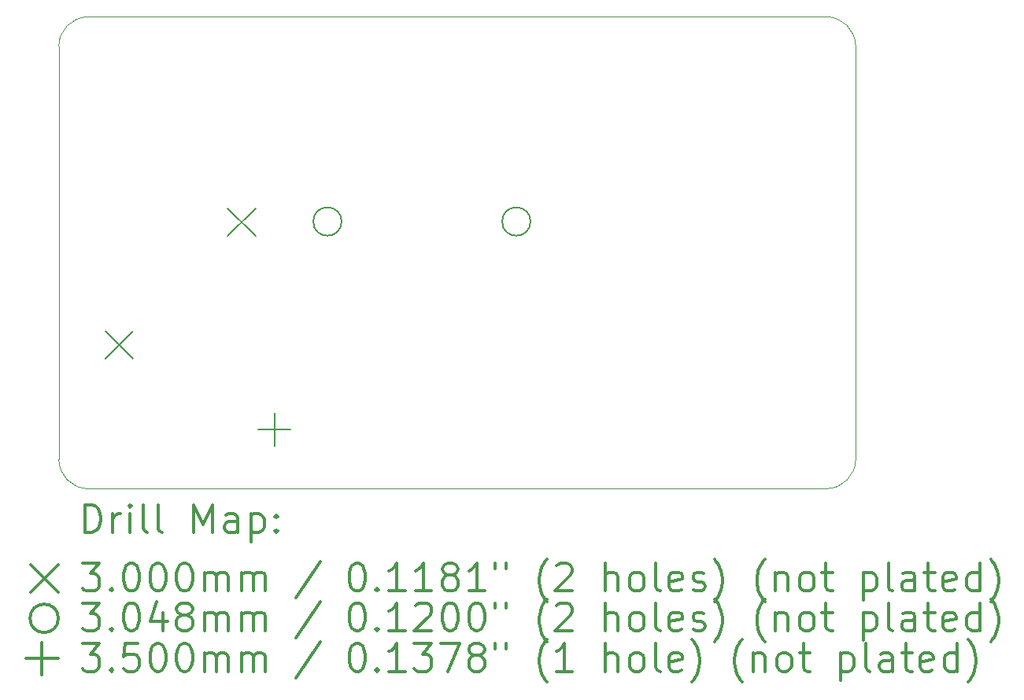
<source format=gbr>
%FSLAX45Y45*%
G04 Gerber Fmt 4.5, Leading zero omitted, Abs format (unit mm)*
G04 Created by KiCad (PCBNEW (5.1.10)-1) date 2022-04-17 04:03:42*
%MOMM*%
%LPD*%
G01*
G04 APERTURE LIST*
%TA.AperFunction,Profile*%
%ADD10C,0.100000*%
%TD*%
%ADD11C,0.200000*%
%ADD12C,0.300000*%
G04 APERTURE END LIST*
D10*
X11430000Y-11112500D02*
G75*
G02*
X11112500Y-10795000I0J317500D01*
G01*
X11430000Y-6032500D02*
X19367500Y-6032500D01*
X19367500Y-11112500D02*
X11430000Y-11112500D01*
X11112500Y-10795000D02*
X11112500Y-6350000D01*
X19367500Y-6032500D02*
G75*
G02*
X19685000Y-6350000I0J-317500D01*
G01*
X11112500Y-6350000D02*
G75*
G02*
X11430000Y-6032500I317500J0D01*
G01*
X19685000Y-10795000D02*
G75*
G02*
X19367500Y-11112500I-317500J0D01*
G01*
X19685000Y-6350000D02*
X19685000Y-10795000D01*
D11*
X11610600Y-9412700D02*
X11910600Y-9712700D01*
X11910600Y-9412700D02*
X11610600Y-9712700D01*
X12930600Y-8092700D02*
X13230600Y-8392700D01*
X13230600Y-8092700D02*
X12930600Y-8392700D01*
X14154150Y-8235950D02*
G75*
G03*
X14154150Y-8235950I-152400J0D01*
G01*
X16186150Y-8235950D02*
G75*
G03*
X16186150Y-8235950I-152400J0D01*
G01*
X13432680Y-10299040D02*
X13432680Y-10649040D01*
X13257680Y-10474040D02*
X13607680Y-10474040D01*
D12*
X11393928Y-11583214D02*
X11393928Y-11283214D01*
X11465357Y-11283214D01*
X11508214Y-11297500D01*
X11536786Y-11326071D01*
X11551071Y-11354643D01*
X11565357Y-11411786D01*
X11565357Y-11454643D01*
X11551071Y-11511786D01*
X11536786Y-11540357D01*
X11508214Y-11568928D01*
X11465357Y-11583214D01*
X11393928Y-11583214D01*
X11693928Y-11583214D02*
X11693928Y-11383214D01*
X11693928Y-11440357D02*
X11708214Y-11411786D01*
X11722500Y-11397500D01*
X11751071Y-11383214D01*
X11779643Y-11383214D01*
X11879643Y-11583214D02*
X11879643Y-11383214D01*
X11879643Y-11283214D02*
X11865357Y-11297500D01*
X11879643Y-11311786D01*
X11893928Y-11297500D01*
X11879643Y-11283214D01*
X11879643Y-11311786D01*
X12065357Y-11583214D02*
X12036786Y-11568928D01*
X12022500Y-11540357D01*
X12022500Y-11283214D01*
X12222500Y-11583214D02*
X12193928Y-11568928D01*
X12179643Y-11540357D01*
X12179643Y-11283214D01*
X12565357Y-11583214D02*
X12565357Y-11283214D01*
X12665357Y-11497500D01*
X12765357Y-11283214D01*
X12765357Y-11583214D01*
X13036786Y-11583214D02*
X13036786Y-11426071D01*
X13022500Y-11397500D01*
X12993928Y-11383214D01*
X12936786Y-11383214D01*
X12908214Y-11397500D01*
X13036786Y-11568928D02*
X13008214Y-11583214D01*
X12936786Y-11583214D01*
X12908214Y-11568928D01*
X12893928Y-11540357D01*
X12893928Y-11511786D01*
X12908214Y-11483214D01*
X12936786Y-11468928D01*
X13008214Y-11468928D01*
X13036786Y-11454643D01*
X13179643Y-11383214D02*
X13179643Y-11683214D01*
X13179643Y-11397500D02*
X13208214Y-11383214D01*
X13265357Y-11383214D01*
X13293928Y-11397500D01*
X13308214Y-11411786D01*
X13322500Y-11440357D01*
X13322500Y-11526071D01*
X13308214Y-11554643D01*
X13293928Y-11568928D01*
X13265357Y-11583214D01*
X13208214Y-11583214D01*
X13179643Y-11568928D01*
X13451071Y-11554643D02*
X13465357Y-11568928D01*
X13451071Y-11583214D01*
X13436786Y-11568928D01*
X13451071Y-11554643D01*
X13451071Y-11583214D01*
X13451071Y-11397500D02*
X13465357Y-11411786D01*
X13451071Y-11426071D01*
X13436786Y-11411786D01*
X13451071Y-11397500D01*
X13451071Y-11426071D01*
X10807500Y-11927500D02*
X11107500Y-12227500D01*
X11107500Y-11927500D02*
X10807500Y-12227500D01*
X11365357Y-11913214D02*
X11551071Y-11913214D01*
X11451071Y-12027500D01*
X11493928Y-12027500D01*
X11522500Y-12041786D01*
X11536786Y-12056071D01*
X11551071Y-12084643D01*
X11551071Y-12156071D01*
X11536786Y-12184643D01*
X11522500Y-12198928D01*
X11493928Y-12213214D01*
X11408214Y-12213214D01*
X11379643Y-12198928D01*
X11365357Y-12184643D01*
X11679643Y-12184643D02*
X11693928Y-12198928D01*
X11679643Y-12213214D01*
X11665357Y-12198928D01*
X11679643Y-12184643D01*
X11679643Y-12213214D01*
X11879643Y-11913214D02*
X11908214Y-11913214D01*
X11936786Y-11927500D01*
X11951071Y-11941786D01*
X11965357Y-11970357D01*
X11979643Y-12027500D01*
X11979643Y-12098928D01*
X11965357Y-12156071D01*
X11951071Y-12184643D01*
X11936786Y-12198928D01*
X11908214Y-12213214D01*
X11879643Y-12213214D01*
X11851071Y-12198928D01*
X11836786Y-12184643D01*
X11822500Y-12156071D01*
X11808214Y-12098928D01*
X11808214Y-12027500D01*
X11822500Y-11970357D01*
X11836786Y-11941786D01*
X11851071Y-11927500D01*
X11879643Y-11913214D01*
X12165357Y-11913214D02*
X12193928Y-11913214D01*
X12222500Y-11927500D01*
X12236786Y-11941786D01*
X12251071Y-11970357D01*
X12265357Y-12027500D01*
X12265357Y-12098928D01*
X12251071Y-12156071D01*
X12236786Y-12184643D01*
X12222500Y-12198928D01*
X12193928Y-12213214D01*
X12165357Y-12213214D01*
X12136786Y-12198928D01*
X12122500Y-12184643D01*
X12108214Y-12156071D01*
X12093928Y-12098928D01*
X12093928Y-12027500D01*
X12108214Y-11970357D01*
X12122500Y-11941786D01*
X12136786Y-11927500D01*
X12165357Y-11913214D01*
X12451071Y-11913214D02*
X12479643Y-11913214D01*
X12508214Y-11927500D01*
X12522500Y-11941786D01*
X12536786Y-11970357D01*
X12551071Y-12027500D01*
X12551071Y-12098928D01*
X12536786Y-12156071D01*
X12522500Y-12184643D01*
X12508214Y-12198928D01*
X12479643Y-12213214D01*
X12451071Y-12213214D01*
X12422500Y-12198928D01*
X12408214Y-12184643D01*
X12393928Y-12156071D01*
X12379643Y-12098928D01*
X12379643Y-12027500D01*
X12393928Y-11970357D01*
X12408214Y-11941786D01*
X12422500Y-11927500D01*
X12451071Y-11913214D01*
X12679643Y-12213214D02*
X12679643Y-12013214D01*
X12679643Y-12041786D02*
X12693928Y-12027500D01*
X12722500Y-12013214D01*
X12765357Y-12013214D01*
X12793928Y-12027500D01*
X12808214Y-12056071D01*
X12808214Y-12213214D01*
X12808214Y-12056071D02*
X12822500Y-12027500D01*
X12851071Y-12013214D01*
X12893928Y-12013214D01*
X12922500Y-12027500D01*
X12936786Y-12056071D01*
X12936786Y-12213214D01*
X13079643Y-12213214D02*
X13079643Y-12013214D01*
X13079643Y-12041786D02*
X13093928Y-12027500D01*
X13122500Y-12013214D01*
X13165357Y-12013214D01*
X13193928Y-12027500D01*
X13208214Y-12056071D01*
X13208214Y-12213214D01*
X13208214Y-12056071D02*
X13222500Y-12027500D01*
X13251071Y-12013214D01*
X13293928Y-12013214D01*
X13322500Y-12027500D01*
X13336786Y-12056071D01*
X13336786Y-12213214D01*
X13922500Y-11898928D02*
X13665357Y-12284643D01*
X14308214Y-11913214D02*
X14336786Y-11913214D01*
X14365357Y-11927500D01*
X14379643Y-11941786D01*
X14393928Y-11970357D01*
X14408214Y-12027500D01*
X14408214Y-12098928D01*
X14393928Y-12156071D01*
X14379643Y-12184643D01*
X14365357Y-12198928D01*
X14336786Y-12213214D01*
X14308214Y-12213214D01*
X14279643Y-12198928D01*
X14265357Y-12184643D01*
X14251071Y-12156071D01*
X14236786Y-12098928D01*
X14236786Y-12027500D01*
X14251071Y-11970357D01*
X14265357Y-11941786D01*
X14279643Y-11927500D01*
X14308214Y-11913214D01*
X14536786Y-12184643D02*
X14551071Y-12198928D01*
X14536786Y-12213214D01*
X14522500Y-12198928D01*
X14536786Y-12184643D01*
X14536786Y-12213214D01*
X14836786Y-12213214D02*
X14665357Y-12213214D01*
X14751071Y-12213214D02*
X14751071Y-11913214D01*
X14722500Y-11956071D01*
X14693928Y-11984643D01*
X14665357Y-11998928D01*
X15122500Y-12213214D02*
X14951071Y-12213214D01*
X15036786Y-12213214D02*
X15036786Y-11913214D01*
X15008214Y-11956071D01*
X14979643Y-11984643D01*
X14951071Y-11998928D01*
X15293928Y-12041786D02*
X15265357Y-12027500D01*
X15251071Y-12013214D01*
X15236786Y-11984643D01*
X15236786Y-11970357D01*
X15251071Y-11941786D01*
X15265357Y-11927500D01*
X15293928Y-11913214D01*
X15351071Y-11913214D01*
X15379643Y-11927500D01*
X15393928Y-11941786D01*
X15408214Y-11970357D01*
X15408214Y-11984643D01*
X15393928Y-12013214D01*
X15379643Y-12027500D01*
X15351071Y-12041786D01*
X15293928Y-12041786D01*
X15265357Y-12056071D01*
X15251071Y-12070357D01*
X15236786Y-12098928D01*
X15236786Y-12156071D01*
X15251071Y-12184643D01*
X15265357Y-12198928D01*
X15293928Y-12213214D01*
X15351071Y-12213214D01*
X15379643Y-12198928D01*
X15393928Y-12184643D01*
X15408214Y-12156071D01*
X15408214Y-12098928D01*
X15393928Y-12070357D01*
X15379643Y-12056071D01*
X15351071Y-12041786D01*
X15693928Y-12213214D02*
X15522500Y-12213214D01*
X15608214Y-12213214D02*
X15608214Y-11913214D01*
X15579643Y-11956071D01*
X15551071Y-11984643D01*
X15522500Y-11998928D01*
X15808214Y-11913214D02*
X15808214Y-11970357D01*
X15922500Y-11913214D02*
X15922500Y-11970357D01*
X16365357Y-12327500D02*
X16351071Y-12313214D01*
X16322500Y-12270357D01*
X16308214Y-12241786D01*
X16293928Y-12198928D01*
X16279643Y-12127500D01*
X16279643Y-12070357D01*
X16293928Y-11998928D01*
X16308214Y-11956071D01*
X16322500Y-11927500D01*
X16351071Y-11884643D01*
X16365357Y-11870357D01*
X16465357Y-11941786D02*
X16479643Y-11927500D01*
X16508214Y-11913214D01*
X16579643Y-11913214D01*
X16608214Y-11927500D01*
X16622500Y-11941786D01*
X16636786Y-11970357D01*
X16636786Y-11998928D01*
X16622500Y-12041786D01*
X16451071Y-12213214D01*
X16636786Y-12213214D01*
X16993928Y-12213214D02*
X16993928Y-11913214D01*
X17122500Y-12213214D02*
X17122500Y-12056071D01*
X17108214Y-12027500D01*
X17079643Y-12013214D01*
X17036786Y-12013214D01*
X17008214Y-12027500D01*
X16993928Y-12041786D01*
X17308214Y-12213214D02*
X17279643Y-12198928D01*
X17265357Y-12184643D01*
X17251071Y-12156071D01*
X17251071Y-12070357D01*
X17265357Y-12041786D01*
X17279643Y-12027500D01*
X17308214Y-12013214D01*
X17351071Y-12013214D01*
X17379643Y-12027500D01*
X17393928Y-12041786D01*
X17408214Y-12070357D01*
X17408214Y-12156071D01*
X17393928Y-12184643D01*
X17379643Y-12198928D01*
X17351071Y-12213214D01*
X17308214Y-12213214D01*
X17579643Y-12213214D02*
X17551071Y-12198928D01*
X17536786Y-12170357D01*
X17536786Y-11913214D01*
X17808214Y-12198928D02*
X17779643Y-12213214D01*
X17722500Y-12213214D01*
X17693928Y-12198928D01*
X17679643Y-12170357D01*
X17679643Y-12056071D01*
X17693928Y-12027500D01*
X17722500Y-12013214D01*
X17779643Y-12013214D01*
X17808214Y-12027500D01*
X17822500Y-12056071D01*
X17822500Y-12084643D01*
X17679643Y-12113214D01*
X17936786Y-12198928D02*
X17965357Y-12213214D01*
X18022500Y-12213214D01*
X18051071Y-12198928D01*
X18065357Y-12170357D01*
X18065357Y-12156071D01*
X18051071Y-12127500D01*
X18022500Y-12113214D01*
X17979643Y-12113214D01*
X17951071Y-12098928D01*
X17936786Y-12070357D01*
X17936786Y-12056071D01*
X17951071Y-12027500D01*
X17979643Y-12013214D01*
X18022500Y-12013214D01*
X18051071Y-12027500D01*
X18165357Y-12327500D02*
X18179643Y-12313214D01*
X18208214Y-12270357D01*
X18222500Y-12241786D01*
X18236786Y-12198928D01*
X18251071Y-12127500D01*
X18251071Y-12070357D01*
X18236786Y-11998928D01*
X18222500Y-11956071D01*
X18208214Y-11927500D01*
X18179643Y-11884643D01*
X18165357Y-11870357D01*
X18708214Y-12327500D02*
X18693928Y-12313214D01*
X18665357Y-12270357D01*
X18651071Y-12241786D01*
X18636786Y-12198928D01*
X18622500Y-12127500D01*
X18622500Y-12070357D01*
X18636786Y-11998928D01*
X18651071Y-11956071D01*
X18665357Y-11927500D01*
X18693928Y-11884643D01*
X18708214Y-11870357D01*
X18822500Y-12013214D02*
X18822500Y-12213214D01*
X18822500Y-12041786D02*
X18836786Y-12027500D01*
X18865357Y-12013214D01*
X18908214Y-12013214D01*
X18936786Y-12027500D01*
X18951071Y-12056071D01*
X18951071Y-12213214D01*
X19136786Y-12213214D02*
X19108214Y-12198928D01*
X19093928Y-12184643D01*
X19079643Y-12156071D01*
X19079643Y-12070357D01*
X19093928Y-12041786D01*
X19108214Y-12027500D01*
X19136786Y-12013214D01*
X19179643Y-12013214D01*
X19208214Y-12027500D01*
X19222500Y-12041786D01*
X19236786Y-12070357D01*
X19236786Y-12156071D01*
X19222500Y-12184643D01*
X19208214Y-12198928D01*
X19179643Y-12213214D01*
X19136786Y-12213214D01*
X19322500Y-12013214D02*
X19436786Y-12013214D01*
X19365357Y-11913214D02*
X19365357Y-12170357D01*
X19379643Y-12198928D01*
X19408214Y-12213214D01*
X19436786Y-12213214D01*
X19765357Y-12013214D02*
X19765357Y-12313214D01*
X19765357Y-12027500D02*
X19793928Y-12013214D01*
X19851071Y-12013214D01*
X19879643Y-12027500D01*
X19893928Y-12041786D01*
X19908214Y-12070357D01*
X19908214Y-12156071D01*
X19893928Y-12184643D01*
X19879643Y-12198928D01*
X19851071Y-12213214D01*
X19793928Y-12213214D01*
X19765357Y-12198928D01*
X20079643Y-12213214D02*
X20051071Y-12198928D01*
X20036786Y-12170357D01*
X20036786Y-11913214D01*
X20322500Y-12213214D02*
X20322500Y-12056071D01*
X20308214Y-12027500D01*
X20279643Y-12013214D01*
X20222500Y-12013214D01*
X20193928Y-12027500D01*
X20322500Y-12198928D02*
X20293928Y-12213214D01*
X20222500Y-12213214D01*
X20193928Y-12198928D01*
X20179643Y-12170357D01*
X20179643Y-12141786D01*
X20193928Y-12113214D01*
X20222500Y-12098928D01*
X20293928Y-12098928D01*
X20322500Y-12084643D01*
X20422500Y-12013214D02*
X20536786Y-12013214D01*
X20465357Y-11913214D02*
X20465357Y-12170357D01*
X20479643Y-12198928D01*
X20508214Y-12213214D01*
X20536786Y-12213214D01*
X20751071Y-12198928D02*
X20722500Y-12213214D01*
X20665357Y-12213214D01*
X20636786Y-12198928D01*
X20622500Y-12170357D01*
X20622500Y-12056071D01*
X20636786Y-12027500D01*
X20665357Y-12013214D01*
X20722500Y-12013214D01*
X20751071Y-12027500D01*
X20765357Y-12056071D01*
X20765357Y-12084643D01*
X20622500Y-12113214D01*
X21022500Y-12213214D02*
X21022500Y-11913214D01*
X21022500Y-12198928D02*
X20993928Y-12213214D01*
X20936786Y-12213214D01*
X20908214Y-12198928D01*
X20893928Y-12184643D01*
X20879643Y-12156071D01*
X20879643Y-12070357D01*
X20893928Y-12041786D01*
X20908214Y-12027500D01*
X20936786Y-12013214D01*
X20993928Y-12013214D01*
X21022500Y-12027500D01*
X21136786Y-12327500D02*
X21151071Y-12313214D01*
X21179643Y-12270357D01*
X21193928Y-12241786D01*
X21208214Y-12198928D01*
X21222500Y-12127500D01*
X21222500Y-12070357D01*
X21208214Y-11998928D01*
X21193928Y-11956071D01*
X21179643Y-11927500D01*
X21151071Y-11884643D01*
X21136786Y-11870357D01*
X11107500Y-12507500D02*
G75*
G03*
X11107500Y-12507500I-152400J0D01*
G01*
X11365357Y-12343214D02*
X11551071Y-12343214D01*
X11451071Y-12457500D01*
X11493928Y-12457500D01*
X11522500Y-12471786D01*
X11536786Y-12486071D01*
X11551071Y-12514643D01*
X11551071Y-12586071D01*
X11536786Y-12614643D01*
X11522500Y-12628928D01*
X11493928Y-12643214D01*
X11408214Y-12643214D01*
X11379643Y-12628928D01*
X11365357Y-12614643D01*
X11679643Y-12614643D02*
X11693928Y-12628928D01*
X11679643Y-12643214D01*
X11665357Y-12628928D01*
X11679643Y-12614643D01*
X11679643Y-12643214D01*
X11879643Y-12343214D02*
X11908214Y-12343214D01*
X11936786Y-12357500D01*
X11951071Y-12371786D01*
X11965357Y-12400357D01*
X11979643Y-12457500D01*
X11979643Y-12528928D01*
X11965357Y-12586071D01*
X11951071Y-12614643D01*
X11936786Y-12628928D01*
X11908214Y-12643214D01*
X11879643Y-12643214D01*
X11851071Y-12628928D01*
X11836786Y-12614643D01*
X11822500Y-12586071D01*
X11808214Y-12528928D01*
X11808214Y-12457500D01*
X11822500Y-12400357D01*
X11836786Y-12371786D01*
X11851071Y-12357500D01*
X11879643Y-12343214D01*
X12236786Y-12443214D02*
X12236786Y-12643214D01*
X12165357Y-12328928D02*
X12093928Y-12543214D01*
X12279643Y-12543214D01*
X12436786Y-12471786D02*
X12408214Y-12457500D01*
X12393928Y-12443214D01*
X12379643Y-12414643D01*
X12379643Y-12400357D01*
X12393928Y-12371786D01*
X12408214Y-12357500D01*
X12436786Y-12343214D01*
X12493928Y-12343214D01*
X12522500Y-12357500D01*
X12536786Y-12371786D01*
X12551071Y-12400357D01*
X12551071Y-12414643D01*
X12536786Y-12443214D01*
X12522500Y-12457500D01*
X12493928Y-12471786D01*
X12436786Y-12471786D01*
X12408214Y-12486071D01*
X12393928Y-12500357D01*
X12379643Y-12528928D01*
X12379643Y-12586071D01*
X12393928Y-12614643D01*
X12408214Y-12628928D01*
X12436786Y-12643214D01*
X12493928Y-12643214D01*
X12522500Y-12628928D01*
X12536786Y-12614643D01*
X12551071Y-12586071D01*
X12551071Y-12528928D01*
X12536786Y-12500357D01*
X12522500Y-12486071D01*
X12493928Y-12471786D01*
X12679643Y-12643214D02*
X12679643Y-12443214D01*
X12679643Y-12471786D02*
X12693928Y-12457500D01*
X12722500Y-12443214D01*
X12765357Y-12443214D01*
X12793928Y-12457500D01*
X12808214Y-12486071D01*
X12808214Y-12643214D01*
X12808214Y-12486071D02*
X12822500Y-12457500D01*
X12851071Y-12443214D01*
X12893928Y-12443214D01*
X12922500Y-12457500D01*
X12936786Y-12486071D01*
X12936786Y-12643214D01*
X13079643Y-12643214D02*
X13079643Y-12443214D01*
X13079643Y-12471786D02*
X13093928Y-12457500D01*
X13122500Y-12443214D01*
X13165357Y-12443214D01*
X13193928Y-12457500D01*
X13208214Y-12486071D01*
X13208214Y-12643214D01*
X13208214Y-12486071D02*
X13222500Y-12457500D01*
X13251071Y-12443214D01*
X13293928Y-12443214D01*
X13322500Y-12457500D01*
X13336786Y-12486071D01*
X13336786Y-12643214D01*
X13922500Y-12328928D02*
X13665357Y-12714643D01*
X14308214Y-12343214D02*
X14336786Y-12343214D01*
X14365357Y-12357500D01*
X14379643Y-12371786D01*
X14393928Y-12400357D01*
X14408214Y-12457500D01*
X14408214Y-12528928D01*
X14393928Y-12586071D01*
X14379643Y-12614643D01*
X14365357Y-12628928D01*
X14336786Y-12643214D01*
X14308214Y-12643214D01*
X14279643Y-12628928D01*
X14265357Y-12614643D01*
X14251071Y-12586071D01*
X14236786Y-12528928D01*
X14236786Y-12457500D01*
X14251071Y-12400357D01*
X14265357Y-12371786D01*
X14279643Y-12357500D01*
X14308214Y-12343214D01*
X14536786Y-12614643D02*
X14551071Y-12628928D01*
X14536786Y-12643214D01*
X14522500Y-12628928D01*
X14536786Y-12614643D01*
X14536786Y-12643214D01*
X14836786Y-12643214D02*
X14665357Y-12643214D01*
X14751071Y-12643214D02*
X14751071Y-12343214D01*
X14722500Y-12386071D01*
X14693928Y-12414643D01*
X14665357Y-12428928D01*
X14951071Y-12371786D02*
X14965357Y-12357500D01*
X14993928Y-12343214D01*
X15065357Y-12343214D01*
X15093928Y-12357500D01*
X15108214Y-12371786D01*
X15122500Y-12400357D01*
X15122500Y-12428928D01*
X15108214Y-12471786D01*
X14936786Y-12643214D01*
X15122500Y-12643214D01*
X15308214Y-12343214D02*
X15336786Y-12343214D01*
X15365357Y-12357500D01*
X15379643Y-12371786D01*
X15393928Y-12400357D01*
X15408214Y-12457500D01*
X15408214Y-12528928D01*
X15393928Y-12586071D01*
X15379643Y-12614643D01*
X15365357Y-12628928D01*
X15336786Y-12643214D01*
X15308214Y-12643214D01*
X15279643Y-12628928D01*
X15265357Y-12614643D01*
X15251071Y-12586071D01*
X15236786Y-12528928D01*
X15236786Y-12457500D01*
X15251071Y-12400357D01*
X15265357Y-12371786D01*
X15279643Y-12357500D01*
X15308214Y-12343214D01*
X15593928Y-12343214D02*
X15622500Y-12343214D01*
X15651071Y-12357500D01*
X15665357Y-12371786D01*
X15679643Y-12400357D01*
X15693928Y-12457500D01*
X15693928Y-12528928D01*
X15679643Y-12586071D01*
X15665357Y-12614643D01*
X15651071Y-12628928D01*
X15622500Y-12643214D01*
X15593928Y-12643214D01*
X15565357Y-12628928D01*
X15551071Y-12614643D01*
X15536786Y-12586071D01*
X15522500Y-12528928D01*
X15522500Y-12457500D01*
X15536786Y-12400357D01*
X15551071Y-12371786D01*
X15565357Y-12357500D01*
X15593928Y-12343214D01*
X15808214Y-12343214D02*
X15808214Y-12400357D01*
X15922500Y-12343214D02*
X15922500Y-12400357D01*
X16365357Y-12757500D02*
X16351071Y-12743214D01*
X16322500Y-12700357D01*
X16308214Y-12671786D01*
X16293928Y-12628928D01*
X16279643Y-12557500D01*
X16279643Y-12500357D01*
X16293928Y-12428928D01*
X16308214Y-12386071D01*
X16322500Y-12357500D01*
X16351071Y-12314643D01*
X16365357Y-12300357D01*
X16465357Y-12371786D02*
X16479643Y-12357500D01*
X16508214Y-12343214D01*
X16579643Y-12343214D01*
X16608214Y-12357500D01*
X16622500Y-12371786D01*
X16636786Y-12400357D01*
X16636786Y-12428928D01*
X16622500Y-12471786D01*
X16451071Y-12643214D01*
X16636786Y-12643214D01*
X16993928Y-12643214D02*
X16993928Y-12343214D01*
X17122500Y-12643214D02*
X17122500Y-12486071D01*
X17108214Y-12457500D01*
X17079643Y-12443214D01*
X17036786Y-12443214D01*
X17008214Y-12457500D01*
X16993928Y-12471786D01*
X17308214Y-12643214D02*
X17279643Y-12628928D01*
X17265357Y-12614643D01*
X17251071Y-12586071D01*
X17251071Y-12500357D01*
X17265357Y-12471786D01*
X17279643Y-12457500D01*
X17308214Y-12443214D01*
X17351071Y-12443214D01*
X17379643Y-12457500D01*
X17393928Y-12471786D01*
X17408214Y-12500357D01*
X17408214Y-12586071D01*
X17393928Y-12614643D01*
X17379643Y-12628928D01*
X17351071Y-12643214D01*
X17308214Y-12643214D01*
X17579643Y-12643214D02*
X17551071Y-12628928D01*
X17536786Y-12600357D01*
X17536786Y-12343214D01*
X17808214Y-12628928D02*
X17779643Y-12643214D01*
X17722500Y-12643214D01*
X17693928Y-12628928D01*
X17679643Y-12600357D01*
X17679643Y-12486071D01*
X17693928Y-12457500D01*
X17722500Y-12443214D01*
X17779643Y-12443214D01*
X17808214Y-12457500D01*
X17822500Y-12486071D01*
X17822500Y-12514643D01*
X17679643Y-12543214D01*
X17936786Y-12628928D02*
X17965357Y-12643214D01*
X18022500Y-12643214D01*
X18051071Y-12628928D01*
X18065357Y-12600357D01*
X18065357Y-12586071D01*
X18051071Y-12557500D01*
X18022500Y-12543214D01*
X17979643Y-12543214D01*
X17951071Y-12528928D01*
X17936786Y-12500357D01*
X17936786Y-12486071D01*
X17951071Y-12457500D01*
X17979643Y-12443214D01*
X18022500Y-12443214D01*
X18051071Y-12457500D01*
X18165357Y-12757500D02*
X18179643Y-12743214D01*
X18208214Y-12700357D01*
X18222500Y-12671786D01*
X18236786Y-12628928D01*
X18251071Y-12557500D01*
X18251071Y-12500357D01*
X18236786Y-12428928D01*
X18222500Y-12386071D01*
X18208214Y-12357500D01*
X18179643Y-12314643D01*
X18165357Y-12300357D01*
X18708214Y-12757500D02*
X18693928Y-12743214D01*
X18665357Y-12700357D01*
X18651071Y-12671786D01*
X18636786Y-12628928D01*
X18622500Y-12557500D01*
X18622500Y-12500357D01*
X18636786Y-12428928D01*
X18651071Y-12386071D01*
X18665357Y-12357500D01*
X18693928Y-12314643D01*
X18708214Y-12300357D01*
X18822500Y-12443214D02*
X18822500Y-12643214D01*
X18822500Y-12471786D02*
X18836786Y-12457500D01*
X18865357Y-12443214D01*
X18908214Y-12443214D01*
X18936786Y-12457500D01*
X18951071Y-12486071D01*
X18951071Y-12643214D01*
X19136786Y-12643214D02*
X19108214Y-12628928D01*
X19093928Y-12614643D01*
X19079643Y-12586071D01*
X19079643Y-12500357D01*
X19093928Y-12471786D01*
X19108214Y-12457500D01*
X19136786Y-12443214D01*
X19179643Y-12443214D01*
X19208214Y-12457500D01*
X19222500Y-12471786D01*
X19236786Y-12500357D01*
X19236786Y-12586071D01*
X19222500Y-12614643D01*
X19208214Y-12628928D01*
X19179643Y-12643214D01*
X19136786Y-12643214D01*
X19322500Y-12443214D02*
X19436786Y-12443214D01*
X19365357Y-12343214D02*
X19365357Y-12600357D01*
X19379643Y-12628928D01*
X19408214Y-12643214D01*
X19436786Y-12643214D01*
X19765357Y-12443214D02*
X19765357Y-12743214D01*
X19765357Y-12457500D02*
X19793928Y-12443214D01*
X19851071Y-12443214D01*
X19879643Y-12457500D01*
X19893928Y-12471786D01*
X19908214Y-12500357D01*
X19908214Y-12586071D01*
X19893928Y-12614643D01*
X19879643Y-12628928D01*
X19851071Y-12643214D01*
X19793928Y-12643214D01*
X19765357Y-12628928D01*
X20079643Y-12643214D02*
X20051071Y-12628928D01*
X20036786Y-12600357D01*
X20036786Y-12343214D01*
X20322500Y-12643214D02*
X20322500Y-12486071D01*
X20308214Y-12457500D01*
X20279643Y-12443214D01*
X20222500Y-12443214D01*
X20193928Y-12457500D01*
X20322500Y-12628928D02*
X20293928Y-12643214D01*
X20222500Y-12643214D01*
X20193928Y-12628928D01*
X20179643Y-12600357D01*
X20179643Y-12571786D01*
X20193928Y-12543214D01*
X20222500Y-12528928D01*
X20293928Y-12528928D01*
X20322500Y-12514643D01*
X20422500Y-12443214D02*
X20536786Y-12443214D01*
X20465357Y-12343214D02*
X20465357Y-12600357D01*
X20479643Y-12628928D01*
X20508214Y-12643214D01*
X20536786Y-12643214D01*
X20751071Y-12628928D02*
X20722500Y-12643214D01*
X20665357Y-12643214D01*
X20636786Y-12628928D01*
X20622500Y-12600357D01*
X20622500Y-12486071D01*
X20636786Y-12457500D01*
X20665357Y-12443214D01*
X20722500Y-12443214D01*
X20751071Y-12457500D01*
X20765357Y-12486071D01*
X20765357Y-12514643D01*
X20622500Y-12543214D01*
X21022500Y-12643214D02*
X21022500Y-12343214D01*
X21022500Y-12628928D02*
X20993928Y-12643214D01*
X20936786Y-12643214D01*
X20908214Y-12628928D01*
X20893928Y-12614643D01*
X20879643Y-12586071D01*
X20879643Y-12500357D01*
X20893928Y-12471786D01*
X20908214Y-12457500D01*
X20936786Y-12443214D01*
X20993928Y-12443214D01*
X21022500Y-12457500D01*
X21136786Y-12757500D02*
X21151071Y-12743214D01*
X21179643Y-12700357D01*
X21193928Y-12671786D01*
X21208214Y-12628928D01*
X21222500Y-12557500D01*
X21222500Y-12500357D01*
X21208214Y-12428928D01*
X21193928Y-12386071D01*
X21179643Y-12357500D01*
X21151071Y-12314643D01*
X21136786Y-12300357D01*
X10932500Y-12767300D02*
X10932500Y-13117300D01*
X10757500Y-12942300D02*
X11107500Y-12942300D01*
X11365357Y-12778014D02*
X11551071Y-12778014D01*
X11451071Y-12892300D01*
X11493928Y-12892300D01*
X11522500Y-12906586D01*
X11536786Y-12920871D01*
X11551071Y-12949443D01*
X11551071Y-13020871D01*
X11536786Y-13049443D01*
X11522500Y-13063728D01*
X11493928Y-13078014D01*
X11408214Y-13078014D01*
X11379643Y-13063728D01*
X11365357Y-13049443D01*
X11679643Y-13049443D02*
X11693928Y-13063728D01*
X11679643Y-13078014D01*
X11665357Y-13063728D01*
X11679643Y-13049443D01*
X11679643Y-13078014D01*
X11965357Y-12778014D02*
X11822500Y-12778014D01*
X11808214Y-12920871D01*
X11822500Y-12906586D01*
X11851071Y-12892300D01*
X11922500Y-12892300D01*
X11951071Y-12906586D01*
X11965357Y-12920871D01*
X11979643Y-12949443D01*
X11979643Y-13020871D01*
X11965357Y-13049443D01*
X11951071Y-13063728D01*
X11922500Y-13078014D01*
X11851071Y-13078014D01*
X11822500Y-13063728D01*
X11808214Y-13049443D01*
X12165357Y-12778014D02*
X12193928Y-12778014D01*
X12222500Y-12792300D01*
X12236786Y-12806586D01*
X12251071Y-12835157D01*
X12265357Y-12892300D01*
X12265357Y-12963728D01*
X12251071Y-13020871D01*
X12236786Y-13049443D01*
X12222500Y-13063728D01*
X12193928Y-13078014D01*
X12165357Y-13078014D01*
X12136786Y-13063728D01*
X12122500Y-13049443D01*
X12108214Y-13020871D01*
X12093928Y-12963728D01*
X12093928Y-12892300D01*
X12108214Y-12835157D01*
X12122500Y-12806586D01*
X12136786Y-12792300D01*
X12165357Y-12778014D01*
X12451071Y-12778014D02*
X12479643Y-12778014D01*
X12508214Y-12792300D01*
X12522500Y-12806586D01*
X12536786Y-12835157D01*
X12551071Y-12892300D01*
X12551071Y-12963728D01*
X12536786Y-13020871D01*
X12522500Y-13049443D01*
X12508214Y-13063728D01*
X12479643Y-13078014D01*
X12451071Y-13078014D01*
X12422500Y-13063728D01*
X12408214Y-13049443D01*
X12393928Y-13020871D01*
X12379643Y-12963728D01*
X12379643Y-12892300D01*
X12393928Y-12835157D01*
X12408214Y-12806586D01*
X12422500Y-12792300D01*
X12451071Y-12778014D01*
X12679643Y-13078014D02*
X12679643Y-12878014D01*
X12679643Y-12906586D02*
X12693928Y-12892300D01*
X12722500Y-12878014D01*
X12765357Y-12878014D01*
X12793928Y-12892300D01*
X12808214Y-12920871D01*
X12808214Y-13078014D01*
X12808214Y-12920871D02*
X12822500Y-12892300D01*
X12851071Y-12878014D01*
X12893928Y-12878014D01*
X12922500Y-12892300D01*
X12936786Y-12920871D01*
X12936786Y-13078014D01*
X13079643Y-13078014D02*
X13079643Y-12878014D01*
X13079643Y-12906586D02*
X13093928Y-12892300D01*
X13122500Y-12878014D01*
X13165357Y-12878014D01*
X13193928Y-12892300D01*
X13208214Y-12920871D01*
X13208214Y-13078014D01*
X13208214Y-12920871D02*
X13222500Y-12892300D01*
X13251071Y-12878014D01*
X13293928Y-12878014D01*
X13322500Y-12892300D01*
X13336786Y-12920871D01*
X13336786Y-13078014D01*
X13922500Y-12763728D02*
X13665357Y-13149443D01*
X14308214Y-12778014D02*
X14336786Y-12778014D01*
X14365357Y-12792300D01*
X14379643Y-12806586D01*
X14393928Y-12835157D01*
X14408214Y-12892300D01*
X14408214Y-12963728D01*
X14393928Y-13020871D01*
X14379643Y-13049443D01*
X14365357Y-13063728D01*
X14336786Y-13078014D01*
X14308214Y-13078014D01*
X14279643Y-13063728D01*
X14265357Y-13049443D01*
X14251071Y-13020871D01*
X14236786Y-12963728D01*
X14236786Y-12892300D01*
X14251071Y-12835157D01*
X14265357Y-12806586D01*
X14279643Y-12792300D01*
X14308214Y-12778014D01*
X14536786Y-13049443D02*
X14551071Y-13063728D01*
X14536786Y-13078014D01*
X14522500Y-13063728D01*
X14536786Y-13049443D01*
X14536786Y-13078014D01*
X14836786Y-13078014D02*
X14665357Y-13078014D01*
X14751071Y-13078014D02*
X14751071Y-12778014D01*
X14722500Y-12820871D01*
X14693928Y-12849443D01*
X14665357Y-12863728D01*
X14936786Y-12778014D02*
X15122500Y-12778014D01*
X15022500Y-12892300D01*
X15065357Y-12892300D01*
X15093928Y-12906586D01*
X15108214Y-12920871D01*
X15122500Y-12949443D01*
X15122500Y-13020871D01*
X15108214Y-13049443D01*
X15093928Y-13063728D01*
X15065357Y-13078014D01*
X14979643Y-13078014D01*
X14951071Y-13063728D01*
X14936786Y-13049443D01*
X15222500Y-12778014D02*
X15422500Y-12778014D01*
X15293928Y-13078014D01*
X15579643Y-12906586D02*
X15551071Y-12892300D01*
X15536786Y-12878014D01*
X15522500Y-12849443D01*
X15522500Y-12835157D01*
X15536786Y-12806586D01*
X15551071Y-12792300D01*
X15579643Y-12778014D01*
X15636786Y-12778014D01*
X15665357Y-12792300D01*
X15679643Y-12806586D01*
X15693928Y-12835157D01*
X15693928Y-12849443D01*
X15679643Y-12878014D01*
X15665357Y-12892300D01*
X15636786Y-12906586D01*
X15579643Y-12906586D01*
X15551071Y-12920871D01*
X15536786Y-12935157D01*
X15522500Y-12963728D01*
X15522500Y-13020871D01*
X15536786Y-13049443D01*
X15551071Y-13063728D01*
X15579643Y-13078014D01*
X15636786Y-13078014D01*
X15665357Y-13063728D01*
X15679643Y-13049443D01*
X15693928Y-13020871D01*
X15693928Y-12963728D01*
X15679643Y-12935157D01*
X15665357Y-12920871D01*
X15636786Y-12906586D01*
X15808214Y-12778014D02*
X15808214Y-12835157D01*
X15922500Y-12778014D02*
X15922500Y-12835157D01*
X16365357Y-13192300D02*
X16351071Y-13178014D01*
X16322500Y-13135157D01*
X16308214Y-13106586D01*
X16293928Y-13063728D01*
X16279643Y-12992300D01*
X16279643Y-12935157D01*
X16293928Y-12863728D01*
X16308214Y-12820871D01*
X16322500Y-12792300D01*
X16351071Y-12749443D01*
X16365357Y-12735157D01*
X16636786Y-13078014D02*
X16465357Y-13078014D01*
X16551071Y-13078014D02*
X16551071Y-12778014D01*
X16522500Y-12820871D01*
X16493928Y-12849443D01*
X16465357Y-12863728D01*
X16993928Y-13078014D02*
X16993928Y-12778014D01*
X17122500Y-13078014D02*
X17122500Y-12920871D01*
X17108214Y-12892300D01*
X17079643Y-12878014D01*
X17036786Y-12878014D01*
X17008214Y-12892300D01*
X16993928Y-12906586D01*
X17308214Y-13078014D02*
X17279643Y-13063728D01*
X17265357Y-13049443D01*
X17251071Y-13020871D01*
X17251071Y-12935157D01*
X17265357Y-12906586D01*
X17279643Y-12892300D01*
X17308214Y-12878014D01*
X17351071Y-12878014D01*
X17379643Y-12892300D01*
X17393928Y-12906586D01*
X17408214Y-12935157D01*
X17408214Y-13020871D01*
X17393928Y-13049443D01*
X17379643Y-13063728D01*
X17351071Y-13078014D01*
X17308214Y-13078014D01*
X17579643Y-13078014D02*
X17551071Y-13063728D01*
X17536786Y-13035157D01*
X17536786Y-12778014D01*
X17808214Y-13063728D02*
X17779643Y-13078014D01*
X17722500Y-13078014D01*
X17693928Y-13063728D01*
X17679643Y-13035157D01*
X17679643Y-12920871D01*
X17693928Y-12892300D01*
X17722500Y-12878014D01*
X17779643Y-12878014D01*
X17808214Y-12892300D01*
X17822500Y-12920871D01*
X17822500Y-12949443D01*
X17679643Y-12978014D01*
X17922500Y-13192300D02*
X17936786Y-13178014D01*
X17965357Y-13135157D01*
X17979643Y-13106586D01*
X17993928Y-13063728D01*
X18008214Y-12992300D01*
X18008214Y-12935157D01*
X17993928Y-12863728D01*
X17979643Y-12820871D01*
X17965357Y-12792300D01*
X17936786Y-12749443D01*
X17922500Y-12735157D01*
X18465357Y-13192300D02*
X18451071Y-13178014D01*
X18422500Y-13135157D01*
X18408214Y-13106586D01*
X18393928Y-13063728D01*
X18379643Y-12992300D01*
X18379643Y-12935157D01*
X18393928Y-12863728D01*
X18408214Y-12820871D01*
X18422500Y-12792300D01*
X18451071Y-12749443D01*
X18465357Y-12735157D01*
X18579643Y-12878014D02*
X18579643Y-13078014D01*
X18579643Y-12906586D02*
X18593928Y-12892300D01*
X18622500Y-12878014D01*
X18665357Y-12878014D01*
X18693928Y-12892300D01*
X18708214Y-12920871D01*
X18708214Y-13078014D01*
X18893928Y-13078014D02*
X18865357Y-13063728D01*
X18851071Y-13049443D01*
X18836786Y-13020871D01*
X18836786Y-12935157D01*
X18851071Y-12906586D01*
X18865357Y-12892300D01*
X18893928Y-12878014D01*
X18936786Y-12878014D01*
X18965357Y-12892300D01*
X18979643Y-12906586D01*
X18993928Y-12935157D01*
X18993928Y-13020871D01*
X18979643Y-13049443D01*
X18965357Y-13063728D01*
X18936786Y-13078014D01*
X18893928Y-13078014D01*
X19079643Y-12878014D02*
X19193928Y-12878014D01*
X19122500Y-12778014D02*
X19122500Y-13035157D01*
X19136786Y-13063728D01*
X19165357Y-13078014D01*
X19193928Y-13078014D01*
X19522500Y-12878014D02*
X19522500Y-13178014D01*
X19522500Y-12892300D02*
X19551071Y-12878014D01*
X19608214Y-12878014D01*
X19636786Y-12892300D01*
X19651071Y-12906586D01*
X19665357Y-12935157D01*
X19665357Y-13020871D01*
X19651071Y-13049443D01*
X19636786Y-13063728D01*
X19608214Y-13078014D01*
X19551071Y-13078014D01*
X19522500Y-13063728D01*
X19836786Y-13078014D02*
X19808214Y-13063728D01*
X19793928Y-13035157D01*
X19793928Y-12778014D01*
X20079643Y-13078014D02*
X20079643Y-12920871D01*
X20065357Y-12892300D01*
X20036786Y-12878014D01*
X19979643Y-12878014D01*
X19951071Y-12892300D01*
X20079643Y-13063728D02*
X20051071Y-13078014D01*
X19979643Y-13078014D01*
X19951071Y-13063728D01*
X19936786Y-13035157D01*
X19936786Y-13006586D01*
X19951071Y-12978014D01*
X19979643Y-12963728D01*
X20051071Y-12963728D01*
X20079643Y-12949443D01*
X20179643Y-12878014D02*
X20293928Y-12878014D01*
X20222500Y-12778014D02*
X20222500Y-13035157D01*
X20236786Y-13063728D01*
X20265357Y-13078014D01*
X20293928Y-13078014D01*
X20508214Y-13063728D02*
X20479643Y-13078014D01*
X20422500Y-13078014D01*
X20393928Y-13063728D01*
X20379643Y-13035157D01*
X20379643Y-12920871D01*
X20393928Y-12892300D01*
X20422500Y-12878014D01*
X20479643Y-12878014D01*
X20508214Y-12892300D01*
X20522500Y-12920871D01*
X20522500Y-12949443D01*
X20379643Y-12978014D01*
X20779643Y-13078014D02*
X20779643Y-12778014D01*
X20779643Y-13063728D02*
X20751071Y-13078014D01*
X20693928Y-13078014D01*
X20665357Y-13063728D01*
X20651071Y-13049443D01*
X20636786Y-13020871D01*
X20636786Y-12935157D01*
X20651071Y-12906586D01*
X20665357Y-12892300D01*
X20693928Y-12878014D01*
X20751071Y-12878014D01*
X20779643Y-12892300D01*
X20893928Y-13192300D02*
X20908214Y-13178014D01*
X20936786Y-13135157D01*
X20951071Y-13106586D01*
X20965357Y-13063728D01*
X20979643Y-12992300D01*
X20979643Y-12935157D01*
X20965357Y-12863728D01*
X20951071Y-12820871D01*
X20936786Y-12792300D01*
X20908214Y-12749443D01*
X20893928Y-12735157D01*
M02*

</source>
